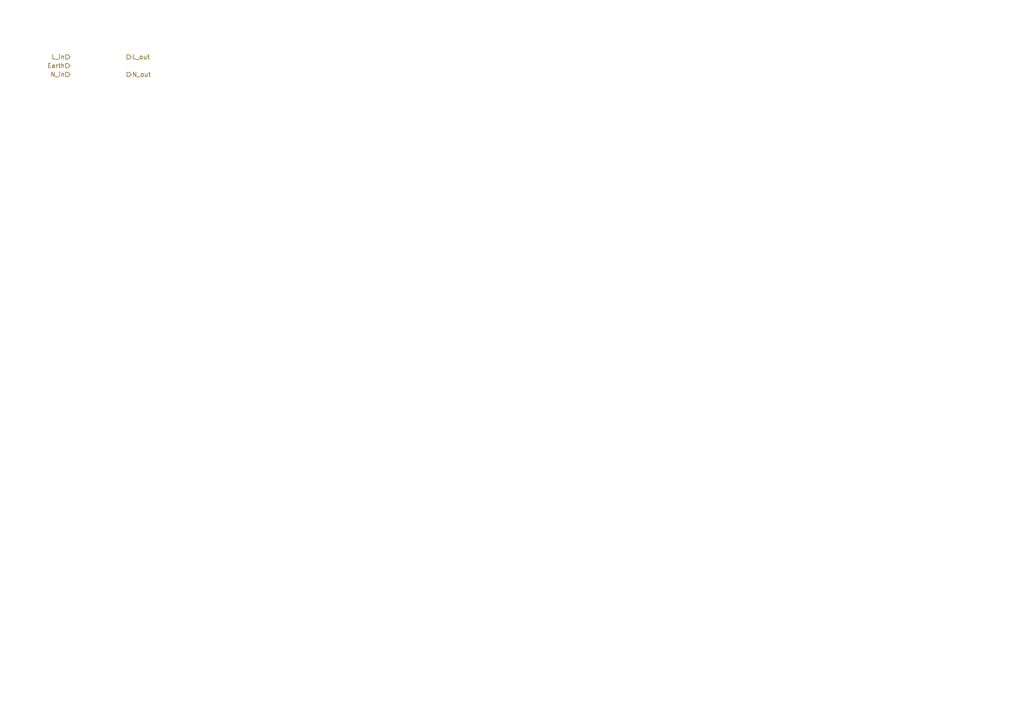
<source format=kicad_sch>
(kicad_sch (version 20211123) (generator eeschema)
  (paper "A4")
  (lib_symbols)
  (hierarchical_label "N_out" (shape output) (at 36.83 21.59 0))
  (hierarchical_label "L_out" (shape output) (at 36.83 16.51 0))
  (hierarchical_label "L_in" (shape input) (at 20.32 16.51 180))
  (hierarchical_label "Earth" (shape input) (at 20.32 19.05 180))
  (hierarchical_label "N_in" (shape input) (at 20.32 21.59 180))
)
</source>
